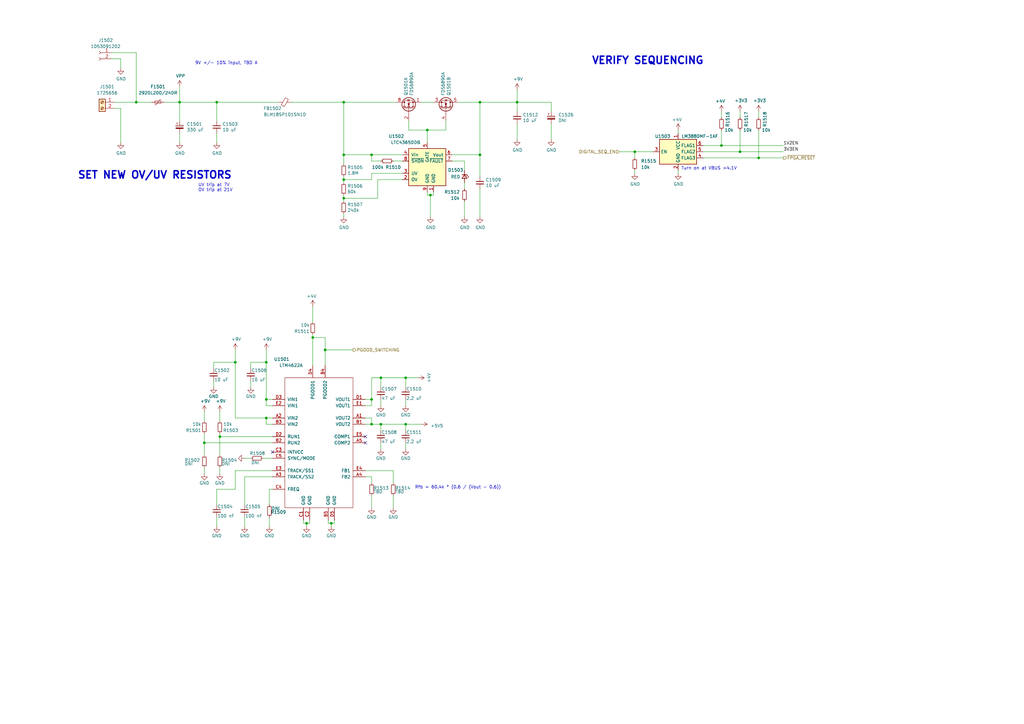
<source format=kicad_sch>
(kicad_sch (version 20211123) (generator eeschema)
  (paper "A3")
  (lib_symbols
    (symbol "Connector:Conn_01x02_Female" (pin_names (offset 1.016) hide)
      (property "Reference" "J" (at 0 2.54 0))
      (property "Value" "Conn_01x02_Female" (at 0 -5.08 0))
      (symbol "Conn_01x02_Female_1_1"
        (arc (start 0 -2.032) (mid -0.508 -2.54) (end 0 -3.048) (stroke (width 0.1524)))
        (polyline (pts (xy -1.27 -2.54) (xy -0.508 -2.54)) (stroke (width 0.1524)))
        (polyline (pts (xy -1.27 0) (xy -0.508 0)) (stroke (width 0.1524)))
        (arc (start 0 0.508) (mid -0.508 0) (end 0 -0.508) (stroke (width 0.1524)))
        (pin passive line (at -5.08 0 0) (length 3.81) (name "Pin_1") (number "1"))
        (pin passive line (at -5.08 -2.54 0) (length 3.81) (name "Pin_2") (number "2"))
      )
    )
    (symbol "Connector:Screw_Terminal_01x02" (pin_names (offset 1.016) hide)
      (property "Reference" "J" (at 0 2.54 0))
      (property "Value" "Screw_Terminal_01x02" (at 0 -5.08 0))
      (symbol "Screw_Terminal_01x02_1_1"
        (rectangle (start -1.27 1.27) (end 1.27 -3.81) (stroke (width 0.254)) (fill (type background)))
        (circle (center 0 -2.54) (radius 0.635) (stroke (width 0.1524)))
        (polyline (pts (xy -0.5334 -2.2098) (xy 0.3302 -3.048)) (stroke (width 0.1524)))
        (polyline (pts (xy -0.5334 0.3302) (xy 0.3302 -0.508)) (stroke (width 0.1524)))
        (polyline (pts (xy -0.3556 -2.032) (xy 0.508 -2.8702)) (stroke (width 0.1524)))
        (polyline (pts (xy -0.3556 0.508) (xy 0.508 -0.3302)) (stroke (width 0.1524)))
        (circle (center 0 0) (radius 0.635) (stroke (width 0.1524)))
        (pin passive line (at -5.08 0 0) (length 3.81) (name "Pin_1") (number "1"))
        (pin passive line (at -5.08 -2.54 0) (length 3.81) (name "Pin_2") (number "2"))
      )
    )
    (symbol "Device:C_Polarized_Small" (pin_numbers hide) (pin_names (offset 0.254) hide)
      (property "Reference" "C" (at 0.254 1.778 0))
      (property "Value" "C_Polarized_Small" (at 0.254 -2.032 0))
      (symbol "C_Polarized_Small_0_1"
        (rectangle (start -1.524 -0.3048) (end 1.524 -0.6858) (fill (type outline)))
        (rectangle (start -1.524 0.6858) (end 1.524 0.3048))
        (polyline (pts (xy -1.27 1.524) (xy -0.762 1.524)))
        (polyline (pts (xy -1.016 1.27) (xy -1.016 1.778)))
      )
      (symbol "C_Polarized_Small_1_1"
        (pin passive line (at 0 2.54 270) (length 1.8542) (name "~") (number "1"))
        (pin passive line (at 0 -2.54 90) (length 1.8542) (name "~") (number "2"))
      )
    )
    (symbol "Device:C_Small" (pin_numbers hide) (pin_names (offset 0.254) hide)
      (property "Reference" "C" (at 0.254 1.778 0))
      (property "Value" "C_Small" (at 0.254 -2.032 0))
      (symbol "C_Small_0_1"
        (polyline (pts (xy -1.524 -0.508) (xy 1.524 -0.508)) (stroke (width 0.3302)))
        (polyline (pts (xy -1.524 0.508) (xy 1.524 0.508)) (stroke (width 0.3048)))
      )
      (symbol "C_Small_1_1"
        (pin passive line (at 0 2.54 270) (length 2.032) (name "~") (number "1"))
        (pin passive line (at 0 -2.54 90) (length 2.032) (name "~") (number "2"))
      )
    )
    (symbol "Device:FerriteBead_Small" (pin_numbers hide) (pin_names (offset 0))
      (property "Reference" "FB" (at 1.905 1.27 0))
      (property "Value" "FerriteBead_Small" (at 1.905 -1.27 0))
      (symbol "FerriteBead_Small_0_1"
        (polyline (pts (xy 0 -1.27) (xy 0 -0.7874)))
        (polyline (pts (xy 0 0.889) (xy 0 1.2954)))
        (polyline (pts (xy -1.8288 0.2794) (xy -1.1176 1.4986) (xy 1.8288 -0.2032) (xy 1.1176 -1.4224) (xy -1.8288 0.2794)))
      )
      (symbol "FerriteBead_Small_1_1"
        (pin passive line (at 0 2.54 270) (length 1.27) (name "~") (number "1"))
        (pin passive line (at 0 -2.54 90) (length 1.27) (name "~") (number "2"))
      )
    )
    (symbol "Device:LED_Small" (pin_numbers hide) (pin_names (offset 0.254) hide)
      (property "Reference" "D" (at -1.27 3.175 0))
      (property "Value" "LED_Small" (at -4.445 -2.54 0))
      (symbol "LED_Small_0_1"
        (polyline (pts (xy -0.762 -1.016) (xy -0.762 1.016)) (stroke (width 0.254)))
        (polyline (pts (xy 1.016 0) (xy -0.762 0)))
        (polyline (pts (xy 0.762 -1.016) (xy -0.762 0) (xy 0.762 1.016) (xy 0.762 -1.016)) (stroke (width 0.254)))
        (polyline (pts (xy 0 0.762) (xy -0.508 1.27) (xy -0.254 1.27) (xy -0.508 1.27) (xy -0.508 1.016)))
        (polyline (pts (xy 0.508 1.27) (xy 0 1.778) (xy 0.254 1.778) (xy 0 1.778) (xy 0 1.524)))
      )
      (symbol "LED_Small_1_1"
        (pin passive line (at -2.54 0 0) (length 1.778) (name "K") (number "1"))
        (pin passive line (at 2.54 0 180) (length 1.778) (name "A") (number "2"))
      )
    )
    (symbol "Device:Polyfuse_Small" (pin_numbers hide) (pin_names (offset 0))
      (property "Reference" "F" (at -1.905 0 90))
      (property "Value" "Polyfuse_Small" (at 1.905 0 90))
      (symbol "Polyfuse_Small_0_1"
        (rectangle (start -0.508 1.27) (end 0.508 -1.27))
        (polyline (pts (xy 0 2.54) (xy 0 -2.54)))
        (polyline (pts (xy -1.016 1.27) (xy -1.016 0.762) (xy 1.016 -0.762) (xy 1.016 -1.27)))
      )
      (symbol "Polyfuse_Small_1_1"
        (pin passive line (at 0 2.54 270) (length 0.635) (name "~") (number "1"))
        (pin passive line (at 0 -2.54 90) (length 0.635) (name "~") (number "2"))
      )
    )
    (symbol "Device:R_Small" (pin_numbers hide) (pin_names (offset 0.254) hide)
      (property "Reference" "R" (at 0.762 0.508 0))
      (property "Value" "R_Small" (at 0.762 -1.016 0))
      (symbol "R_Small_0_1"
        (rectangle (start -0.762 1.778) (end 0.762 -1.778) (stroke (width 0.2032)))
      )
      (symbol "R_Small_1_1"
        (pin passive line (at 0 2.54 270) (length 0.762) (name "~") (number "1"))
        (pin passive line (at 0 -2.54 90) (length 0.762) (name "~") (number "2"))
      )
    )
    (symbol "Power_Management:LTC4365DDB" (pin_names (offset 1.016))
      (property "Reference" "U" (at -7.62 8.89 0))
      (property "Value" "LTC4365DDB" (at 1.27 8.89 0))
      (symbol "LTC4365DDB_0_1"
        (rectangle (start -7.62 7.62) (end 7.62 -7.62) (stroke (width 0.254)) (fill (type background)))
      )
      (symbol "LTC4365DDB_1_1"
        (pin power_in line (at 2.54 -10.16 90) (length 2.54) (name "GND") (number "1"))
        (pin input line (at -10.16 -5.08 0) (length 2.54) (name "OV") (number "2"))
        (pin input line (at -10.16 -2.54 0) (length 2.54) (name "UV") (number "3"))
        (pin power_in line (at -10.16 5.08 0) (length 2.54) (name "Vin") (number "4"))
        (pin output line (at 0 10.16 270) (length 2.54) (name "GATE") (number "5"))
        (pin input line (at 10.16 5.08 180) (length 2.54) (name "Vout") (number "6"))
        (pin open_collector line (at 10.16 2.54 180) (length 2.54) (name "~{FAULT}") (number "7"))
        (pin input line (at -10.16 2.54 0) (length 2.54) (name "~{SHDN}") (number "8"))
        (pin power_in line (at 0 -10.16 90) (length 2.54) (name "GND") (number "9"))
      )
    )
    (symbol "Power_Supervisor:LM3880"
      (property "Reference" "U" (at 1.27 8.89 0))
      (property "Value" "LM3880" (at 3.81 6.35 0))
      (symbol "LM3880_0_1"
        (rectangle (start -7.62 5.08) (end 7.62 -5.08) (stroke (width 0.254)) (fill (type background)))
      )
      (symbol "LM3880_1_1"
        (pin power_in line (at 0 7.62 270) (length 2.54) (name "VCC") (number "1"))
        (pin power_in line (at 0 -7.62 90) (length 2.54) (name "GND") (number "2"))
        (pin input line (at -10.16 0 0) (length 2.54) (name "EN") (number "3"))
        (pin open_collector line (at 10.16 -2.54 180) (length 2.54) (name "FLAG3") (number "4"))
        (pin open_collector line (at 10.16 0 180) (length 2.54) (name "FLAG2") (number "5"))
        (pin open_collector line (at 10.16 2.54 180) (length 2.54) (name "FLAG1") (number "6"))
      )
    )
    (symbol "Transistor_FET:FDS6890A" (pin_names hide)
      (property "Reference" "Q" (at 5.08 1.905 0))
      (property "Value" "FDS6890A" (at 5.08 0 0))
      (symbol "FDS6890A_0_1"
        (polyline (pts (xy 0.254 0) (xy -2.54 0)))
        (polyline (pts (xy 0.254 1.905) (xy 0.254 -1.905)) (stroke (width 0.254)))
        (polyline (pts (xy 0.762 -1.27) (xy 0.762 -2.286)) (stroke (width 0.254)))
        (polyline (pts (xy 0.762 0.508) (xy 0.762 -0.508)) (stroke (width 0.254)))
        (polyline (pts (xy 0.762 2.286) (xy 0.762 1.27)) (stroke (width 0.254)))
        (polyline (pts (xy 2.54 2.54) (xy 2.54 1.778)))
        (polyline (pts (xy 2.54 -2.54) (xy 2.54 0) (xy 0.762 0)))
        (polyline (pts (xy 0.762 -1.778) (xy 3.302 -1.778) (xy 3.302 1.778) (xy 0.762 1.778)))
        (polyline (pts (xy 1.016 0) (xy 2.032 0.381) (xy 2.032 -0.381) (xy 1.016 0)) (fill (type outline)))
        (polyline (pts (xy 2.794 0.508) (xy 2.921 0.381) (xy 3.683 0.381) (xy 3.81 0.254)))
        (polyline (pts (xy 3.302 0.381) (xy 2.921 -0.254) (xy 3.683 -0.254) (xy 3.302 0.381)))
        (circle (center 1.651 0) (radius 2.794) (stroke (width 0.254)))
        (circle (center 2.54 -1.778) (radius 0.254) (fill (type outline)))
        (circle (center 2.54 1.778) (radius 0.254) (fill (type outline)))
      )
      (symbol "FDS6890A_1_1"
        (pin passive line (at 2.54 -5.08 90) (length 2.54) (name "S1") (number "1"))
        (pin passive line (at -5.08 0 0) (length 2.54) (name "G1") (number "2"))
        (pin passive line (at 2.54 5.08 270) (length 2.54) hide (name "D1") (number "7"))
        (pin passive line (at 2.54 5.08 270) (length 2.54) (name "D1") (number "8"))
      )
      (symbol "FDS6890A_2_1"
        (pin passive line (at 2.54 -5.08 90) (length 2.54) (name "S2") (number "3"))
        (pin passive line (at -5.08 0 0) (length 2.54) (name "G2") (number "4"))
        (pin passive line (at 2.54 5.08 270) (length 2.54) (name "D2") (number "5"))
        (pin passive line (at 2.54 5.08 270) (length 2.54) hide (name "D2") (number "6"))
      )
    )
    (symbol "jtk_rf:+5V5" (power) (in_bom no) (on_board no)
      (property "Value" "+5V5" (at 0 3.81 0))
      (symbol "+5V5_0_1"
        (polyline (pts (xy -0.762 1.27) (xy 0 2.54)))
        (polyline (pts (xy 0 0) (xy 0 2.54)))
        (polyline (pts (xy 0 2.54) (xy 0.762 1.27)))
      )
      (symbol "+5V5_1_1"
        (pin power_in line (at 0 0 90) (length 2.54) hide (name "+5V5") (number ""))
      )
    )
    (symbol "power:+3V3" (power) (pin_names (offset 0))
      (property "Value" "+3V3" (at 0 3.556 0))
      (symbol "+3V3_0_1"
        (polyline (pts (xy -0.762 1.27) (xy 0 2.54)))
        (polyline (pts (xy 0 0) (xy 0 2.54)))
        (polyline (pts (xy 0 2.54) (xy 0.762 1.27)))
      )
      (symbol "+3V3_1_1"
        (pin power_in line (at 0 0 90) (length 0) hide (name "+3V3") (number "1"))
      )
    )
    (symbol "power:+4V" (power) (pin_names (offset 0))
      (property "Value" "+4V" (at 0 3.556 0))
      (symbol "+4V_0_1"
        (polyline (pts (xy -0.762 1.27) (xy 0 2.54)))
        (polyline (pts (xy 0 0) (xy 0 2.54)))
        (polyline (pts (xy 0 2.54) (xy 0.762 1.27)))
      )
      (symbol "+4V_1_1"
        (pin power_in line (at 0 0 90) (length 0) hide (name "+4V") (number "1"))
      )
    )
    (symbol "power:+9V" (power) (pin_names (offset 0))
      (property "Value" "+9V" (at 0 3.556 0))
      (symbol "+9V_0_1"
        (polyline (pts (xy -0.762 1.27) (xy 0 2.54)))
        (polyline (pts (xy 0 0) (xy 0 2.54)))
        (polyline (pts (xy 0 2.54) (xy 0.762 1.27)))
      )
      (symbol "+9V_1_1"
        (pin power_in line (at 0 0 90) (length 0) hide (name "+9V") (number "1"))
      )
    )
    (symbol "power:GND" (power) (pin_names (offset 0))
      (property "Value" "GND" (at 0 -3.81 0))
      (symbol "GND_0_1"
        (polyline (pts (xy 0 0) (xy 0 -1.27) (xy 1.27 -1.27) (xy 0 -2.54) (xy -1.27 -1.27) (xy 0 -1.27)))
      )
      (symbol "GND_1_1"
        (pin power_in line (at 0 0 270) (length 0) hide (name "GND") (number "1"))
      )
    )
    (symbol "power:VPP" (power) (pin_names (offset 0))
      (property "Value" "VPP" (at 0 3.81 0))
      (symbol "VPP_0_1"
        (polyline (pts (xy -0.762 1.27) (xy 0 2.54)))
        (polyline (pts (xy 0 0) (xy 0 2.54)))
        (polyline (pts (xy 0 2.54) (xy 0.762 1.27)))
      )
      (symbol "VPP_1_1"
        (pin power_in line (at 0 0 90) (length 0) hide (name "VPP") (number "1"))
      )
    )
    (symbol "vna_mm:LTM4622A" (pin_names (offset 1.016))
      (property "Reference" "U1501" (at -15.24 34.29 0))
      (property "Value" "LTM4622A" (at -11.43 31.75 0))
      (symbol "LTM4622A_0_1"
        (rectangle (start -13.97 26.67) (end 13.97 -26.67))
      )
      (symbol "LTM4622A_1_1"
        (pin power_out line (at 19.05 10.16 180) (length 5.08) (name "VOUT2") (number "A1"))
        (pin power_in line (at -19.05 10.16 0) (length 5.08) (name "VIN2") (number "A2"))
        (pin input line (at -19.05 -13.97 0) (length 5.08) (name "TRACK/SS2") (number "A3"))
        (pin input line (at 19.05 -13.97 180) (length 5.08) (name "FB2") (number "A4"))
        (pin output line (at 19.05 0 180) (length 5.08) (name "COMP2") (number "A5"))
        (pin power_out line (at 19.05 7.62 180) (length 5.08) (name "VOUT2") (number "B1"))
        (pin input line (at -19.05 0 0) (length 5.08) (name "RUN2") (number "B2"))
        (pin power_in line (at -19.05 7.62 0) (length 5.08) (name "VIN2") (number "B3"))
        (pin open_collector line (at 2.54 31.75 270) (length 5.08) (name "PGOOD2") (number "B4"))
        (pin power_in line (at 3.81 -31.75 90) (length 5.08) (name "GND") (number "B5"))
        (pin power_in line (at -6.35 -31.75 90) (length 5.08) (name "GND") (number "C1"))
        (pin power_in line (at -3.81 -31.75 90) (length 5.08) (name "GND") (number "C2"))
        (pin output line (at -19.05 -3.81 0) (length 5.08) (name "INTVCC") (number "C3"))
        (pin input line (at -19.05 -19.05 0) (length 5.08) (name "FREQ") (number "C4"))
        (pin input line (at -19.05 -6.35 0) (length 5.08) (name "SYNC/MODE") (number "C5"))
        (pin power_out line (at 19.05 17.78 180) (length 5.08) (name "VOUT1") (number "D1"))
        (pin input line (at -19.05 2.54 0) (length 5.08) (name "RUN1") (number "D2"))
        (pin power_in line (at -19.05 17.78 0) (length 5.08) (name "VIN1") (number "D3"))
        (pin open_collector line (at -2.54 31.75 270) (length 5.08) (name "PGOOD1") (number "D4"))
        (pin power_in line (at 6.35 -31.75 90) (length 5.08) (name "GND") (number "D5"))
        (pin power_out line (at 19.05 15.24 180) (length 5.08) (name "VOUT1") (number "E1"))
        (pin power_in line (at -19.05 15.24 0) (length 5.08) (name "VIN1") (number "E2"))
        (pin input line (at -19.05 -11.43 0) (length 5.08) (name "TRACK/SS1") (number "E3"))
        (pin input line (at 19.05 -11.43 180) (length 5.08) (name "FB1") (number "E4"))
        (pin output line (at 19.05 2.54 180) (length 5.08) (name "COMP1") (number "E5"))
      )
    )
  )
  (junction (at 152.4 163.83) (diameter 0.9144))
  (junction (at 73.66 41.91) (diameter 0.9144))
  (junction (at 152.4 63.5) (diameter 0.9144))
  (junction (at 96.52 148.59) (diameter 0.9144))
  (junction (at 88.9 41.91) (diameter 0.9144))
  (junction (at 196.85 63.5) (diameter 0.9144))
  (junction (at 83.82 181.61) (diameter 0.9144))
  (junction (at 196.85 41.91))
  (junction (at 128.27 138.43) (diameter 0.9144))
  (junction (at 140.97 73.66) (diameter 0.9144))
  (junction (at 90.17 179.07) (diameter 0.9144))
  (junction (at 295.91 59.69) (diameter 0.9144))
  (junction (at 109.22 163.83) (diameter 0.9144))
  (junction (at 166.37 154.94) (diameter 0.9144))
  (junction (at 140.97 81.28) (diameter 0.9144))
  (junction (at 175.26 53.34) (diameter 0.9144))
  (junction (at 176.53 80.01) (diameter 0.9144))
  (junction (at 260.35 62.23) (diameter 0.9144))
  (junction (at 135.89 214.63) (diameter 0.9144))
  (junction (at 311.15 64.77) (diameter 0.9144))
  (junction (at 303.53 62.23) (diameter 0.9144))
  (junction (at 166.37 173.99) (diameter 0.9144))
  (junction (at 109.22 148.59) (diameter 0.9144))
  (junction (at 152.4 173.99) (diameter 0.9144))
  (junction (at 55.88 41.91) (diameter 0.9144))
  (junction (at 140.97 41.91))
  (junction (at 140.97 63.5) (diameter 0.9144))
  (junction (at 133.35 143.51) (diameter 0.9144))
  (junction (at 109.22 171.45) (diameter 0.9144))
  (junction (at 212.09 41.91) (diameter 0.9144))
  (junction (at 125.73 214.63) (diameter 0.9144))
  (junction (at 156.21 173.99) (diameter 0.9144))
  (junction (at 156.21 154.94) (diameter 0.9144))
  (no_connect (at 149.86 179.07))
  (no_connect (at 149.86 181.61))
  (no_connect (at 111.76 185.42))
  (wire (pts (xy 73.66 41.91) (xy 88.9 41.91)))
  (wire (pts (xy 88.9 41.91) (xy 114.3 41.91)))
  (wire (pts (xy 166.37 158.75) (xy 166.37 154.94)))
  (wire (pts (xy 190.5 74.93) (xy 190.5 77.47)))
  (wire (pts (xy 128.27 138.43) (xy 133.35 138.43)))
  (wire (pts (xy 90.17 177.8) (xy 90.17 179.07)))
  (wire (pts (xy 83.82 186.69) (xy 83.82 181.61)))
  (wire (pts (xy 96.52 200.66) (xy 96.52 193.04)))
  (wire (pts (xy 152.4 173.99) (xy 156.21 173.99)))
  (wire (pts (xy 100.33 195.58) (xy 100.33 207.01)))
  (wire (pts (xy 196.85 41.91) (xy 212.09 41.91)))
  (wire (pts (xy 161.29 66.04) (xy 165.1 66.04)))
  (wire (pts (xy 133.35 143.51) (xy 144.78 143.51)))
  (wire (pts (xy 88.9 54.61) (xy 88.9 58.42)))
  (wire (pts (xy 102.87 148.59) (xy 109.22 148.59)))
  (wire (pts (xy 161.29 203.2) (xy 161.29 208.28)))
  (wire (pts (xy 137.16 214.63) (xy 137.16 213.36)))
  (wire (pts (xy 110.49 200.66) (xy 111.76 200.66)))
  (wire (pts (xy 175.26 80.01) (xy 176.53 80.01)))
  (wire (pts (xy 128.27 137.16) (xy 128.27 138.43)))
  (wire (pts (xy 128.27 138.43) (xy 128.27 149.86)))
  (wire (pts (xy 83.82 177.8) (xy 83.82 181.61)))
  (wire (pts (xy 156.21 158.75) (xy 156.21 154.94)))
  (wire (pts (xy 166.37 154.94) (xy 171.45 154.94)))
  (wire (pts (xy 96.52 148.59) (xy 96.52 143.51)))
  (wire (pts (xy 100.33 215.9) (xy 100.33 212.09)))
  (wire (pts (xy 140.97 87.63) (xy 140.97 88.9)))
  (wire (pts (xy 149.86 195.58) (xy 152.4 195.58)))
  (wire (pts (xy 90.17 168.91) (xy 90.17 172.72)))
  (wire (pts (xy 134.62 214.63) (xy 135.89 214.63)))
  (wire (pts (xy 125.73 214.63) (xy 125.73 215.9)))
  (wire (pts (xy 49.53 44.45) (xy 46.99 44.45)))
  (wire (pts (xy 49.53 58.42) (xy 49.53 44.45)))
  (wire (pts (xy 100.33 187.96) (xy 102.87 187.96)))
  (wire (pts (xy 140.97 73.66) (xy 152.4 73.66)))
  (wire (pts (xy 127 214.63) (xy 127 213.36)))
  (wire (pts (xy 254 62.23) (xy 260.35 62.23)))
  (wire (pts (xy 260.35 62.23) (xy 267.97 62.23)))
  (wire (pts (xy 154.94 73.66) (xy 165.1 73.66)))
  (wire (pts (xy 125.73 214.63) (xy 127 214.63)))
  (wire (pts (xy 140.97 81.28) (xy 154.94 81.28)))
  (wire (pts (xy 45.72 21.59) (xy 55.88 21.59)))
  (wire (pts (xy 55.88 21.59) (xy 55.88 41.91)))
  (wire (pts (xy 88.9 207.01) (xy 88.9 200.66)))
  (wire (pts (xy 124.46 214.63) (xy 125.73 214.63)))
  (wire (pts (xy 107.95 187.96) (xy 111.76 187.96)))
  (wire (pts (xy 311.15 64.77) (xy 321.31 64.77)))
  (wire (pts (xy 167.64 49.53) (xy 167.64 53.34)))
  (wire (pts (xy 119.38 41.91) (xy 140.97 41.91)))
  (wire (pts (xy 166.37 173.99) (xy 172.72 173.99)))
  (wire (pts (xy 102.87 151.13) (xy 102.87 148.59)))
  (wire (pts (xy 278.13 69.85) (xy 278.13 71.12)))
  (wire (pts (xy 110.49 200.66) (xy 110.49 207.01)))
  (wire (pts (xy 295.91 45.72) (xy 295.91 48.26)))
  (wire (pts (xy 140.97 63.5) (xy 152.4 63.5)))
  (wire (pts (xy 278.13 53.34) (xy 278.13 54.61)))
  (wire (pts (xy 87.63 148.59) (xy 96.52 148.59)))
  (wire (pts (xy 185.42 66.04) (xy 190.5 66.04)))
  (wire (pts (xy 212.09 45.72) (xy 212.09 41.91)))
  (wire (pts (xy 109.22 171.45) (xy 111.76 171.45)))
  (wire (pts (xy 175.26 53.34) (xy 175.26 58.42)))
  (wire (pts (xy 73.66 54.61) (xy 73.66 58.42)))
  (wire (pts (xy 176.53 80.01) (xy 177.8 80.01)))
  (wire (pts (xy 175.26 78.74) (xy 175.26 80.01)))
  (wire (pts (xy 212.09 36.83) (xy 212.09 41.91)))
  (wire (pts (xy 152.4 166.37) (xy 152.4 163.83)))
  (wire (pts (xy 295.91 53.34) (xy 295.91 59.69)))
  (wire (pts (xy 109.22 148.59) (xy 109.22 163.83)))
  (wire (pts (xy 45.72 24.13) (xy 49.53 24.13)))
  (wire (pts (xy 49.53 24.13) (xy 49.53 27.94)))
  (wire (pts (xy 88.9 41.91) (xy 88.9 49.53)))
  (wire (pts (xy 67.31 41.91) (xy 73.66 41.91)))
  (wire (pts (xy 88.9 212.09) (xy 88.9 215.9)))
  (wire (pts (xy 166.37 176.53) (xy 166.37 173.99)))
  (wire (pts (xy 149.86 171.45) (xy 152.4 171.45)))
  (wire (pts (xy 185.42 63.5) (xy 196.85 63.5)))
  (wire (pts (xy 156.21 173.99) (xy 166.37 173.99)))
  (wire (pts (xy 96.52 171.45) (xy 96.52 148.59)))
  (wire (pts (xy 162.56 41.91) (xy 140.97 41.91)))
  (wire (pts (xy 152.4 73.66) (xy 152.4 71.12)))
  (wire (pts (xy 149.86 173.99) (xy 152.4 173.99)))
  (wire (pts (xy 109.22 173.99) (xy 109.22 171.45)))
  (wire (pts (xy 288.29 59.69) (xy 295.91 59.69)))
  (wire (pts (xy 90.17 179.07) (xy 90.17 186.69)))
  (wire (pts (xy 212.09 41.91) (xy 226.06 41.91)))
  (wire (pts (xy 226.06 41.91) (xy 226.06 45.72)))
  (wire (pts (xy 226.06 50.8) (xy 226.06 57.15)))
  (wire (pts (xy 288.29 64.77) (xy 311.15 64.77)))
  (wire (pts (xy 311.15 45.72) (xy 311.15 48.26)))
  (wire (pts (xy 133.35 138.43) (xy 133.35 143.51)))
  (wire (pts (xy 90.17 191.77) (xy 90.17 194.31)))
  (wire (pts (xy 140.97 67.31) (xy 140.97 63.5)))
  (wire (pts (xy 134.62 213.36) (xy 134.62 214.63)))
  (wire (pts (xy 83.82 181.61) (xy 111.76 181.61)))
  (wire (pts (xy 177.8 80.01) (xy 177.8 78.74)))
  (wire (pts (xy 87.63 151.13) (xy 87.63 148.59)))
  (wire (pts (xy 140.97 81.28) (xy 140.97 80.01)))
  (wire (pts (xy 109.22 163.83) (xy 111.76 163.83)))
  (wire (pts (xy 109.22 166.37) (xy 109.22 163.83)))
  (wire (pts (xy 152.4 163.83) (xy 152.4 154.94)))
  (wire (pts (xy 124.46 213.36) (xy 124.46 214.63)))
  (wire (pts (xy 156.21 173.99) (xy 156.21 176.53)))
  (wire (pts (xy 111.76 195.58) (xy 100.33 195.58)))
  (wire (pts (xy 109.22 143.51) (xy 109.22 148.59)))
  (wire (pts (xy 175.26 53.34) (xy 182.88 53.34)))
  (wire (pts (xy 154.94 81.28) (xy 154.94 73.66)))
  (wire (pts (xy 156.21 66.04) (xy 152.4 66.04)))
  (wire (pts (xy 149.86 166.37) (xy 152.4 166.37)))
  (wire (pts (xy 140.97 73.66) (xy 140.97 72.39)))
  (wire (pts (xy 212.09 50.8) (xy 212.09 57.15)))
  (wire (pts (xy 196.85 77.47) (xy 196.85 88.9)))
  (wire (pts (xy 182.88 53.34) (xy 182.88 49.53)))
  (wire (pts (xy 260.35 62.23) (xy 260.35 64.77)))
  (wire (pts (xy 167.64 53.34) (xy 175.26 53.34)))
  (wire (pts (xy 46.99 41.91) (xy 55.88 41.91)))
  (wire (pts (xy 196.85 41.91) (xy 196.85 63.5)))
  (wire (pts (xy 303.53 53.34) (xy 303.53 62.23)))
  (wire (pts (xy 109.22 171.45) (xy 96.52 171.45)))
  (wire (pts (xy 152.4 163.83) (xy 149.86 163.83)))
  (wire (pts (xy 133.35 149.86) (xy 133.35 143.51)))
  (wire (pts (xy 156.21 181.61) (xy 156.21 184.15)))
  (wire (pts (xy 166.37 184.15) (xy 166.37 181.61)))
  (wire (pts (xy 187.96 41.91) (xy 196.85 41.91)))
  (wire (pts (xy 152.4 171.45) (xy 152.4 173.99)))
  (wire (pts (xy 140.97 82.55) (xy 140.97 81.28)))
  (wire (pts (xy 90.17 179.07) (xy 111.76 179.07)))
  (wire (pts (xy 161.29 193.04) (xy 161.29 198.12)))
  (wire (pts (xy 111.76 173.99) (xy 109.22 173.99)))
  (wire (pts (xy 303.53 62.23) (xy 321.31 62.23)))
  (wire (pts (xy 176.53 80.01) (xy 176.53 88.9)))
  (wire (pts (xy 128.27 125.73) (xy 128.27 132.08)))
  (wire (pts (xy 156.21 154.94) (xy 166.37 154.94)))
  (wire (pts (xy 111.76 166.37) (xy 109.22 166.37)))
  (wire (pts (xy 55.88 41.91) (xy 62.23 41.91)))
  (wire (pts (xy 135.89 214.63) (xy 135.89 215.9)))
  (wire (pts (xy 149.86 193.04) (xy 161.29 193.04)))
  (wire (pts (xy 152.4 66.04) (xy 152.4 63.5)))
  (wire (pts (xy 152.4 203.2) (xy 152.4 208.28)))
  (wire (pts (xy 260.35 69.85) (xy 260.35 71.12)))
  (wire (pts (xy 88.9 200.66) (xy 96.52 200.66)))
  (wire (pts (xy 190.5 82.55) (xy 190.5 88.9)))
  (wire (pts (xy 152.4 71.12) (xy 165.1 71.12)))
  (wire (pts (xy 73.66 35.56) (xy 73.66 41.91)))
  (wire (pts (xy 73.66 41.91) (xy 73.66 49.53)))
  (wire (pts (xy 156.21 163.83) (xy 156.21 166.37)))
  (wire (pts (xy 190.5 66.04) (xy 190.5 69.85)))
  (wire (pts (xy 295.91 59.69) (xy 321.31 59.69)))
  (wire (pts (xy 152.4 195.58) (xy 152.4 198.12)))
  (wire (pts (xy 172.72 41.91) (xy 177.8 41.91)))
  (wire (pts (xy 102.87 156.21) (xy 102.87 158.75)))
  (wire (pts (xy 303.53 45.72) (xy 303.53 48.26)))
  (wire (pts (xy 96.52 193.04) (xy 111.76 193.04)))
  (wire (pts (xy 135.89 214.63) (xy 137.16 214.63)))
  (wire (pts (xy 110.49 215.9) (xy 110.49 212.09)))
  (wire (pts (xy 87.63 158.75) (xy 87.63 156.21)))
  (wire (pts (xy 152.4 63.5) (xy 165.1 63.5)))
  (wire (pts (xy 140.97 74.93) (xy 140.97 73.66)))
  (wire (pts (xy 311.15 53.34) (xy 311.15 64.77)))
  (wire (pts (xy 83.82 191.77) (xy 83.82 194.31)))
  (wire (pts (xy 196.85 63.5) (xy 196.85 72.39)))
  (wire (pts (xy 166.37 166.37) (xy 166.37 163.83)))
  (wire (pts (xy 83.82 168.91) (xy 83.82 172.72)))
  (wire (pts (xy 288.29 62.23) (xy 303.53 62.23)))
  (wire (pts (xy 152.4 154.94) (xy 156.21 154.94)))
  (wire (pts (xy 140.97 41.91) (xy 140.97 63.5)))
  (text "UV trip at 7V\nOV trip at 21V" (at 81.28 78.74 0) (effects (font (size 1.27 1.27)) (justify left bottom)))
  (text "SET NEW OV/UV RESISTORS" (at 31.75 73.66 0) (effects (font (size 3 3) (thickness 0.6) bold) (justify left bottom)))
  (text "Turn on at VBUS >4.1V" (at 279.4 69.85 0) (effects (font (size 1.27 1.27)) (justify left bottom)))
  (text "9V +/- 10% input, TBD A" (at 80.01 26.67 0) (effects (font (size 1.27 1.27)) (justify left bottom)))
  (text "VERIFY SEQUENCING\n" (at 242.57 26.67 0) (effects (font (size 3 3) (thickness 0.6) bold) (justify left bottom)))
  (text "Rfb = 60.4k * (0.6 / (Vout - 0.6))" (at 170.18 200.66 0) (effects (font (size 1.27 1.27)) (justify left bottom)))
  (label "3V3EN" (at 321.31 62.23 0))
  (label "1V2EN" (at 321.31 59.69 0))
  (hierarchical_label "PGOOD_SWITCHING" (shape output) (at 144.78 143.51 0))
  (hierarchical_label "DIGITAL_SEQ_EN" (shape input) (at 254 62.23 180))
  (hierarchical_label "~{FPGA_RESET}" (shape output) (at 321.31 64.77 0))
  (symbol (lib_id "Device:R_Small") (at 260.35 67.31 0) (unit 1)
    (property "Reference" "R1515" (at 262.89 66.04 0) (effects (justify left)))
    (property "Value" "10k" (at 262.89 68.58 0) (effects (justify left)))
    (property "Footprint" "Resistor_SMD:R_0402_1005Metric" (effects hide))
  )
  (symbol (lib_id "Device:R_Small") (at 311.15 50.8 0) (unit 1)
    (property "Reference" "R1518" (at 313.69 52.07 90) (effects (justify left)))
    (property "Value" "10k" (at 312.42 53.34 0) (effects (justify left)))
    (property "Footprint" "Resistor_SMD:R_0402_1005Metric" (effects hide))
  )
  (symbol (lib_id "power:GND") (at 166.37 166.37 0) (unit 1)
    (property "Reference" "#PWR01528" (effects hide))
    (property "Value" "GND" (at 166.37 170.18 0))
  )
  (symbol (lib_id "power:GND") (at 212.09 57.15 0) (unit 1)
    (property "Reference" "#PWR01533" (effects hide))
    (property "Value" "GND" (at 212.217 61.5442 0))
  )
  (symbol (lib_id "Connector:Screw_Terminal_01x02") (at 41.91 41.91 0) (mirror y) (unit 1)
    (property "Reference" "J1501" (at 43.942 35.56 0))
    (property "Value" "1725656" (at 43.942 38.1 0))
    (property "Footprint" "TerminalBlock_Phoenix:TerminalBlock_Phoenix_MPT-0,5-2-2.54_1x02_P2.54mm_Horizontal" (effects hide))
  )
  (symbol (lib_id "Device:LED_Small") (at 190.5 72.39 270) (unit 1)
    (property "Reference" "D1503" (at 190.0428 69.7484 90) (effects (justify right)))
    (property "Value" "RED" (at 188.7728 72.517 90) (effects (justify right)))
    (property "Footprint" "LED_SMD:LED_0603_1608Metric" (effects hide))
  )
  (symbol (lib_id "Device:C_Small") (at 100.33 209.55 0) (unit 1)
    (property "Reference" "C1505" (at 100.584 207.772 0) (effects (justify left)))
    (property "Value" "100 nF" (at 100.584 211.582 0) (effects (justify left)))
    (property "Footprint" "Capacitor_SMD:C_0402_1005Metric" (effects hide))
  )
  (symbol (lib_id "power:GND") (at 226.06 57.15 0) (unit 1)
    (property "Reference" "#PWR0108" (effects hide))
    (property "Value" "GND" (at 226.187 61.5442 0))
  )
  (symbol (lib_id "Device:R_Small") (at 83.82 189.23 0) (unit 1)
    (property "Reference" "R1502" (at 75.692 188.722 0) (effects (justify left)))
    (property "Value" "DNI" (at 75.692 190.246 0) (effects (justify left)))
    (property "Footprint" "Resistor_SMD:R_0402_1005Metric" (effects hide))
  )
  (symbol (lib_id "Device:R_Small") (at 105.41 187.96 90) (unit 1)
    (property "Reference" "R1508" (at 108.712 185.928 90) (effects (justify left)))
    (property "Value" "DNI" (at 106.426 189.738 90) (effects (justify left)))
    (property "Footprint" "Resistor_SMD:R_0402_1005Metric" (effects hide))
  )
  (symbol (lib_id "power:+9V") (at 83.82 168.91 0) (unit 1)
    (property "Reference" "#PWR01503" (effects hide))
    (property "Value" "+9V" (at 84.201 164.5158 0))
  )
  (symbol (lib_id "jtk_rf:+5V5") (at 172.72 173.99 270) (unit 1) (in_bom no) (on_board no)
    (property "Reference" "#PWR01531" (effects hide))
    (property "Value" "+5V5" (at 176.53 174.6249 90) (effects (justify left)))
  )
  (symbol (lib_id "Device:C_Small") (at 196.85 74.93 0) (unit 1)
    (property "Reference" "C1509" (at 199.1868 73.7616 0) (effects (justify left)))
    (property "Value" "10 uF" (at 199.1868 76.073 0) (effects (justify left)))
    (property "Footprint" "Capacitor_SMD:C_0805_2012Metric" (effects hide))
    (property "DIST_NAME" "Digi-Key" (effects hide))
    (property "DIST_PN" "GRM21BR61A226ME51L" (effects hide))
  )
  (symbol (lib_id "Device:R_Small") (at 140.97 77.47 180) (unit 1)
    (property "Reference" "R1506" (at 142.4686 76.3016 0) (effects (justify right)))
    (property "Value" "60k" (at 142.4686 78.613 0) (effects (justify right)))
    (property "Footprint" "Resistor_SMD:R_0402_1005Metric" (effects hide))
  )
  (symbol (lib_id "power:+4V") (at 128.27 125.73 0) (unit 1)
    (property "Reference" "#PWR01519" (effects hide))
    (property "Value" "+4V" (at 125.73 121.4754 0) (effects (justify left)))
  )
  (symbol (lib_id "Device:C_Small") (at 87.63 153.67 0) (unit 1)
    (property "Reference" "C1502" (at 87.884 151.892 0) (effects (justify left)))
    (property "Value" "10 uF" (at 87.884 155.702 0) (effects (justify left)))
    (property "Footprint" "Capacitor_SMD:C_0805_2012Metric" (effects hide))
  )
  (symbol (lib_id "power:GND") (at 49.53 58.42 0) (unit 1)
    (property "Reference" "#PWR01539" (effects hide))
    (property "Value" "GND" (at 49.657 62.8142 0))
  )
  (symbol (lib_id "power:GND") (at 135.89 215.9 0) (unit 1)
    (property "Reference" "#PWR01520" (effects hide))
    (property "Value" "GND" (at 135.89 219.71 0))
  )
  (symbol (lib_id "power:+4V") (at 295.91 45.72 0) (unit 1)
    (property "Reference" "#PWR0107" (effects hide))
    (property "Value" "+4V" (at 293.37 41.4654 0) (effects (justify left)))
  )
  (symbol (lib_id "Device:R_Small") (at 158.75 66.04 270) (unit 1)
    (property "Reference" "R1510" (at 161.29 68.58 90))
    (property "Value" "100k" (at 154.94 68.58 90))
    (property "Footprint" "Resistor_SMD:R_0402_1005Metric" (effects hide))
  )
  (symbol (lib_id "Device:R_Small") (at 128.27 134.62 180) (unit 1)
    (property "Reference" "R1511" (at 127 135.89 0) (effects (justify left)))
    (property "Value" "10k" (at 127 133.35 0) (effects (justify left)))
    (property "Footprint" "Resistor_SMD:R_0402_1005Metric" (effects hide))
  )
  (symbol (lib_id "power:GND") (at 87.63 158.75 0) (unit 1)
    (property "Reference" "#PWR01505" (effects hide))
    (property "Value" "GND" (at 87.63 162.56 0))
  )
  (symbol (lib_id "Device:R_Small") (at 190.5 80.01 180) (unit 1)
    (property "Reference" "R1512" (at 185.42 78.74 0))
    (property "Value" "10k" (at 186.69 81.28 0))
    (property "Footprint" "Resistor_SMD:R_0402_1005Metric" (effects hide))
  )
  (symbol (lib_id "power:+9V") (at 96.52 143.51 0) (unit 1)
    (property "Reference" "#PWR01511" (effects hide))
    (property "Value" "+9V" (at 96.901 139.1158 0))
  )
  (symbol (lib_id "power:GND") (at 100.33 187.96 270) (unit 1)
    (property "Reference" "#PWR01512" (effects hide))
    (property "Value" "GND" (effects hide))
  )
  (symbol (lib_id "power:+4V") (at 278.13 53.34 0) (unit 1)
    (property "Reference" "#PWR0106" (effects hide))
    (property "Value" "+4V" (at 275.59 49.0854 0) (effects (justify left)))
  )
  (symbol (lib_id "Device:R_Small") (at 295.91 50.8 0) (unit 1)
    (property "Reference" "R1516" (at 298.45 52.07 90) (effects (justify left)))
    (property "Value" "10k" (at 297.18 53.34 0) (effects (justify left)))
    (property "Footprint" "Resistor_SMD:R_0402_1005Metric" (effects hide))
  )
  (symbol (lib_id "Transistor_FET:FDS6890A") (at 167.64 44.45 90) (unit 1)
    (property "Reference" "Q1501" (at 166.4716 39.2176 0) (effects (justify left)))
    (property "Value" "FDS6890A" (at 168.783 39.2176 0) (effects (justify left)))
    (property "Footprint" "Package_SO:SOIC-8_3.9x4.9mm_P1.27mm" (effects hide))
    (property "Datasheet" "https://www.onsemi.com/pub/Collateral/FDS6890A-D.PDF" (effects hide))
    (property "DIST_NAME" "Digi-Key" (effects hide))
    (property "DIST_PN" "FDS6890ACT-ND" (effects hide))
  )
  (symbol (lib_id "power:GND") (at 83.82 194.31 0) (unit 1)
    (property "Reference" "#PWR01504" (effects hide))
    (property "Value" "GND" (at 83.82 198.12 0))
  )
  (symbol (lib_id "Transistor_FET:FDS6890A") (at 182.88 44.45 270) (mirror x) (unit 2)
    (property "Reference" "Q1501" (at 184.0484 39.2176 0) (effects (justify left)))
    (property "Value" "FDS6890A" (at 181.737 39.2176 0) (effects (justify left)))
    (property "Footprint" "Package_SO:SOIC-8_3.9x4.9mm_P1.27mm" (effects hide))
    (property "Datasheet" "https://www.onsemi.com/pub/Collateral/FDS6890A-D.PDF" (effects hide))
    (property "DIST_NAME" "Digi-Key" (effects hide))
    (property "DIST_PN" "FDS6890ACT-ND" (effects hide))
  )
  (symbol (lib_id "power:GND") (at 260.35 71.12 0) (unit 1)
    (property "Reference" "#PWR01534" (effects hide))
    (property "Value" "GND" (at 260.477 75.5142 0))
  )
  (symbol (lib_id "Device:C_Small") (at 88.9 209.55 0) (unit 1)
    (property "Reference" "C1504" (at 89.154 207.772 0) (effects (justify left)))
    (property "Value" "100 nF" (at 89.154 211.582 0) (effects (justify left)))
    (property "Footprint" "Capacitor_SMD:C_0402_1005Metric" (effects hide))
  )
  (symbol (lib_id "Device:C_Small") (at 166.37 179.07 0) (unit 1)
    (property "Reference" "C1511" (at 166.624 177.292 0) (effects (justify left)))
    (property "Value" "2.2 uF" (at 166.624 181.102 0) (effects (justify left)))
    (property "Footprint" "Capacitor_SMD:C_0603_1608Metric" (effects hide))
  )
  (symbol (lib_id "power:GND") (at 90.17 194.31 0) (unit 1)
    (property "Reference" "#PWR01510" (effects hide))
    (property "Value" "GND" (at 90.17 198.12 0))
  )
  (symbol (lib_id "Device:R_Small") (at 90.17 175.26 180) (unit 1)
    (property "Reference" "R1503" (at 97.79 176.53 0) (effects (justify left)))
    (property "Value" "10k" (at 95.25 173.99 0) (effects (justify left)))
    (property "Footprint" "Resistor_SMD:R_0402_1005Metric" (effects hide))
  )
  (symbol (lib_id "Device:Polyfuse_Small") (at 64.77 41.91 90) (unit 1)
    (property "Reference" "F1501" (at 64.77 35.56 90))
    (property "Value" "2920L200/24DR" (at 64.77 38.1 90))
    (property "Footprint" "Fuse:Fuse_2920_7451Metric" (effects hide))
  )
  (symbol (lib_id "Device:R_Small") (at 303.53 50.8 0) (unit 1)
    (property "Reference" "R1517" (at 306.07 52.07 90) (effects (justify left)))
    (property "Value" "10k" (at 304.8 53.34 0) (effects (justify left)))
    (property "Footprint" "Resistor_SMD:R_0402_1005Metric" (effects hide))
  )
  (symbol (lib_id "Device:C_Small") (at 156.21 161.29 0) (unit 1)
    (property "Reference" "C1507" (at 156.464 159.512 0) (effects (justify left)))
    (property "Value" "47 uF" (at 156.464 163.322 0) (effects (justify left)))
    (property "Footprint" "Capacitor_Tantalum_SMD:CP_EIA-3528-15_AVX-H" (effects hide))
    (property "MAN_NAME" "AVX" (effects hide))
    (property "MAN_PN" "TCNT476M016R0200A" (effects hide))
  )
  (symbol (lib_id "power:GND") (at 156.21 184.15 0) (unit 1)
    (property "Reference" "#PWR01525" (effects hide))
    (property "Value" "GND" (at 156.21 187.96 0))
  )
  (symbol (lib_id "power:GND") (at 176.53 88.9 0) (unit 1)
    (property "Reference" "#PWR0163" (effects hide))
    (property "Value" "GND" (at 176.657 93.2942 0))
  )
  (symbol (lib_id "Device:C_Polarized_Small") (at 73.66 52.07 0) (unit 1)
    (property "Reference" "C1501" (at 76.581 50.9016 0) (effects (justify left)))
    (property "Value" "330 uF" (at 76.581 53.213 0) (effects (justify left)))
    (property "Footprint" "Capacitor_SMD:CP_Elec_10x12.5" (effects hide))
    (property "DIST_NAME" "Mouser" (effects hide))
    (property "DIST_PN" "80-A768MS477M1ELAE17 " (effects hide))
  )
  (symbol (lib_id "power:GND") (at 196.85 88.9 0) (unit 1)
    (property "Reference" "#PWR0165" (effects hide))
    (property "Value" "GND" (at 196.977 93.2942 0))
  )
  (symbol (lib_id "power:GND") (at 152.4 208.28 0) (unit 1)
    (property "Reference" "#PWR01523" (effects hide))
    (property "Value" "GND" (at 152.4 212.09 0))
  )
  (symbol (lib_id "power:+9V") (at 212.09 36.83 0) (unit 1)
    (property "Reference" "#PWR01532" (effects hide))
    (property "Value" "+9V" (at 212.471 32.4358 0))
  )
  (symbol (lib_id "power:GND") (at 49.53 27.94 0) (unit 1)
    (property "Reference" "#PWR0105" (effects hide))
    (property "Value" "GND" (at 49.657 32.3342 0))
  )
  (symbol (lib_id "Device:R_Small") (at 83.82 175.26 180) (unit 1)
    (property "Reference" "R1501" (at 82.55 176.53 0) (effects (justify left)))
    (property "Value" "10k" (at 82.55 173.99 0) (effects (justify left)))
    (property "Footprint" "Resistor_SMD:R_0402_1005Metric" (effects hide))
  )
  (symbol (lib_id "Device:C_Small") (at 212.09 48.26 0) (unit 1)
    (property "Reference" "C1512" (at 214.4268 47.0916 0) (effects (justify left)))
    (property "Value" "10 uF" (at 214.4268 49.403 0) (effects (justify left)))
    (property "Footprint" "Capacitor_SMD:C_0805_2012Metric" (effects hide))
    (property "DIST_NAME" "Digi-Key" (effects hide))
    (property "DIST_PN" "GRM21BR61A226ME51L" (effects hide))
  )
  (symbol (lib_id "Device:C_Small") (at 156.21 179.07 0) (unit 1)
    (property "Reference" "C1508" (at 156.464 177.292 0) (effects (justify left)))
    (property "Value" "47 uF" (at 156.464 181.102 0) (effects (justify left)))
    (property "Footprint" "Capacitor_Tantalum_SMD:CP_EIA-3528-15_AVX-H" (effects hide))
    (property "MAN_NAME" "AVX" (effects hide))
    (property "MAN_PN" "TCNT476M016R0200A" (effects hide))
  )
  (symbol (lib_id "power:VPP") (at 73.66 35.56 0) (unit 1)
    (property "Reference" "#PWR01501" (effects hide))
    (property "Value" "VPP" (at 74.041 31.1658 0))
  )
  (symbol (lib_id "power:+3V3") (at 311.15 45.72 0) (unit 1)
    (property "Reference" "#PWR01549" (effects hide))
    (property "Value" "+3V3" (at 311.531 41.2496 0))
  )
  (symbol (lib_id "power:GND") (at 110.49 215.9 0) (unit 1)
    (property "Reference" "#PWR01517" (effects hide))
    (property "Value" "GND" (at 110.49 219.71 0))
  )
  (symbol (lib_id "Device:R_Small") (at 140.97 69.85 180) (unit 1)
    (property "Reference" "R1505" (at 142.4686 68.6816 0) (effects (justify right)))
    (property "Value" "1.8M" (at 142.4686 70.993 0) (effects (justify right)))
    (property "Footprint" "Resistor_SMD:R_0402_1005Metric" (effects hide))
    (property "DIST_NAME" "Digi-Key" (effects hide))
    (property "DIST_PN" "2019-RK73H1ETTP1804FCT-ND" (effects hide))
  )
  (symbol (lib_id "power:GND") (at 166.37 184.15 0) (unit 1)
    (property "Reference" "#PWR01529" (effects hide))
    (property "Value" "GND" (at 166.37 187.96 0))
  )
  (symbol (lib_id "power:GND") (at 278.13 71.12 0) (unit 1)
    (property "Reference" "#PWR01538" (effects hide))
    (property "Value" "GND" (at 278.257 75.5142 0))
  )
  (symbol (lib_id "Device:R_Small") (at 90.17 189.23 0) (unit 1)
    (property "Reference" "R1504" (at 90.932 188.722 0) (effects (justify left)))
    (property "Value" "DNI" (at 90.932 190.246 0) (effects (justify left)))
    (property "Footprint" "Resistor_SMD:R_0402_1005Metric" (effects hide))
  )
  (symbol (lib_id "vna_mm:LTM4622A") (at 130.81 181.61 0) (unit 1)
    (property "Reference" "U1501" (at 115.57 147.32 0))
    (property "Value" "LTM4622A" (at 119.38 149.86 0))
    (property "Footprint" "vna_mm:BGA-25_5x5_6.35x6.35mm" (effects hide))
    (property "Datasheet" "https://www.analog.com/media/en/technical-documentation/data-sheets/ltm4622a.pdf" (effects hide))
    (property "DIST_PN" "‎LTM4622AEY#PBF-ND‎" (effects hide))
  )
  (symbol (lib_id "Device:C_Small") (at 166.37 161.29 0) (unit 1)
    (property "Reference" "C1510" (at 166.624 159.512 0) (effects (justify left)))
    (property "Value" "2.2 uF" (at 166.624 163.322 0) (effects (justify left)))
    (property "Footprint" "Capacitor_SMD:C_0603_1608Metric" (effects hide))
  )
  (symbol (lib_id "Device:FerriteBead_Small") (at 116.84 41.91 90) (unit 1)
    (property "Reference" "FB1502" (at 111.76 44.45 90))
    (property "Value" "BLM18SP101SN1D" (at 116.84 46.99 90))
    (property "Footprint" "Inductor_SMD:L_0603_1608Metric" (effects hide))
  )
  (symbol (lib_id "power:GND") (at 161.29 208.28 0) (unit 1)
    (property "Reference" "#PWR01527" (effects hide))
    (property "Value" "GND" (at 161.29 212.09 0))
  )
  (symbol (lib_id "Device:R_Small") (at 140.97 85.09 180) (unit 1)
    (property "Reference" "R1507" (at 142.4686 83.9216 0) (effects (justify right)))
    (property "Value" "240k" (at 142.4686 86.233 0) (effects (justify right)))
    (property "Footprint" "Resistor_SMD:R_0402_1005Metric" (effects hide))
  )
  (symbol (lib_id "Device:R_Small") (at 110.49 209.55 180) (unit 1)
    (property "Reference" "R1509" (at 117.348 210.058 0) (effects (justify left)))
    (property "Value" "DNI" (at 114.808 208.534 0) (effects (justify left)))
    (property "Footprint" "Resistor_SMD:R_0402_1005Metric" (effects hide))
  )
  (symbol (lib_id "power:GND") (at 100.33 215.9 0) (unit 1)
    (property "Reference" "#PWR01513" (effects hide))
    (property "Value" "GND" (at 100.33 219.71 0))
  )
  (symbol (lib_id "power:+9V") (at 90.17 168.91 0) (unit 1)
    (property "Reference" "#PWR01509" (effects hide))
    (property "Value" "+9V" (at 90.551 164.5158 0))
  )
  (symbol (lib_id "power:GND") (at 156.21 166.37 0) (unit 1)
    (property "Reference" "#PWR01524" (effects hide))
    (property "Value" "GND" (at 156.21 170.18 0))
  )
  (symbol (lib_id "power:GND") (at 140.97 88.9 0) (unit 1)
    (property "Reference" "#PWR0162" (effects hide))
    (property "Value" "GND" (at 141.097 93.2942 0))
  )
  (symbol (lib_id "power:+9V") (at 109.22 143.51 0) (unit 1)
    (property "Reference" "#PWR01516" (effects hide))
    (property "Value" "+9V" (at 109.601 139.1158 0))
  )
  (symbol (lib_id "power:+3V3") (at 303.53 45.72 0) (unit 1)
    (property "Reference" "#PWR01547" (effects hide))
    (property "Value" "+3V3" (at 303.911 41.2496 0))
  )
  (symbol (lib_id "Device:C_Small") (at 102.87 153.67 0) (unit 1)
    (property "Reference" "C1506" (at 103.124 151.892 0) (effects (justify left)))
    (property "Value" "10 uF" (at 103.124 155.702 0) (effects (justify left)))
    (property "Footprint" "Capacitor_SMD:C_0805_2012Metric" (effects hide))
  )
  (symbol (lib_id "Device:C_Polarized_Small") (at 226.06 48.26 0) (unit 1)
    (property "Reference" "C1526" (at 228.981 47.0916 0) (effects (justify left)))
    (property "Value" "DNI" (at 228.981 49.403 0) (effects (justify left)))
    (property "Footprint" "Capacitor_SMD:CP_Elec_10x12.5" (effects hide))
    (property "DIST_NAME" "Mouser" (effects hide))
    (property "DIST_PN" "80-A768MS477M1ELAE17 " (effects hide))
  )
  (symbol (lib_id "power:GND") (at 190.5 88.9 0) (unit 1)
    (property "Reference" "#PWR0164" (effects hide))
    (property "Value" "GND" (at 190.627 93.2942 0))
  )
  (symbol (lib_id "power:GND") (at 73.66 58.42 0) (unit 1)
    (property "Reference" "#PWR01502" (effects hide))
    (property "Value" "GND" (at 73.787 62.8142 0))
  )
  (symbol (lib_id "power:GND") (at 88.9 215.9 0) (unit 1)
    (property "Reference" "#PWR01508" (effects hide))
    (property "Value" "GND" (at 88.9 219.71 0))
  )
  (symbol (lib_id "power:GND") (at 102.87 158.75 0) (unit 1)
    (property "Reference" "#PWR01515" (effects hide))
    (property "Value" "GND" (at 102.87 162.56 0))
  )
  (symbol (lib_id "Device:C_Small") (at 88.9 52.07 0) (unit 1)
    (property "Reference" "C1503" (at 91.2368 50.9016 0) (effects (justify left)))
    (property "Value" "10 uF" (at 91.2368 53.213 0) (effects (justify left)))
    (property "Footprint" "Capacitor_SMD:C_0805_2012Metric" (effects hide))
    (property "DIST_NAME" "Digi-Key" (effects hide))
    (property "DIST_PN" "GRM21BR61A226ME51L" (effects hide))
  )
  (symbol (lib_id "power:GND") (at 125.73 215.9 0) (unit 1)
    (property "Reference" "#PWR01518" (effects hide))
    (property "Value" "GND" (at 125.73 219.71 0))
  )
  (symbol (lib_id "Power_Management:LTC4365DDB") (at 175.26 68.58 0) (unit 1)
    (property "Reference" "U1502" (at 162.56 55.88 0))
    (property "Value" "LTC4365DDB" (at 166.37 58.42 0))
    (property "Footprint" "Package_DFN_QFN:DFN-8-1EP_2x3mm_P0.5mm_EP0.61x2.2mm" (effects hide))
    (property "Datasheet" "https://www.analog.com/media/en/technical-documentation/data-sheets/4365fa.pdf" (effects hide))
    (property "DIST_PN" "LTC4365CDDB#TRMPBFCT-ND" (effects hide))
    (property "DIST_NAME" "Digi-Key" (effects hide))
  )
  (symbol (lib_id "power:GND") (at 88.9 58.42 0) (unit 1)
    (property "Reference" "#PWR01507" (effects hide))
    (property "Value" "GND" (at 89.027 62.8142 0))
  )
  (symbol (lib_id "Power_Supervisor:LM3880") (at 278.13 62.23 0) (unit 1)
    (property "Reference" "U1503" (at 271.78 55.88 0))
    (property "Value" "LM3880MF-1AF" (at 287.02 55.88 0))
    (property "Footprint" "Package_TO_SOT_SMD:SOT-23-6" (effects hide))
    (property "Datasheet" "http://www.ti.com/lit/ds/symlink/lm3880.pdf" (effects hide))
    (property "Mfg" "Texas Instruments" (effects hide))
    (property "MPN" "LM3880MFX-1AF/NOPB" (effects hide))
    (property "1b2-bom-key" "ic-sot23-6-lm3880mf-1af" (effects hide))
  )
  (symbol (lib_id "power:+4V") (at 171.45 154.94 270) (unit 1)
    (property "Reference" "#PWR01530" (effects hide))
    (property "Value" "+4V" (at 175.895 154.94 0))
  )
  (symbol (lib_id "Device:R_Small") (at 161.29 200.66 0) (unit 1)
    (property "Reference" "R1514" (at 162.052 200.152 0) (effects (justify left)))
    (property "Value" "TBD" (at 162.052 201.676 0) (effects (justify left)))
    (property "Footprint" "Resistor_SMD:R_0402_1005Metric" (effects hide))
  )
  (symbol (lib_id "Connector:Conn_01x02_Female") (at 40.64 21.59 0) (mirror y) (unit 1)
    (property "Reference" "J1502" (at 43.3324 16.51 0))
    (property "Value" "1053091202" (at 43.3324 19.05 0))
    (property "Footprint" "Connector_Molex:Molex_Nano-Fit_105309-xx02_1x02_P2.50mm_Vertical" (effects hide))
  )
  (symbol (lib_id "Device:R_Small") (at 152.4 200.66 0) (unit 1)
    (property "Reference" "R1513" (at 153.162 200.152 0) (effects (justify left)))
    (property "Value" "TBD" (at 153.162 201.676 0) (effects (justify left)))
    (property "Footprint" "Resistor_SMD:R_0402_1005Metric" (effects hide))
  )
)
</source>
